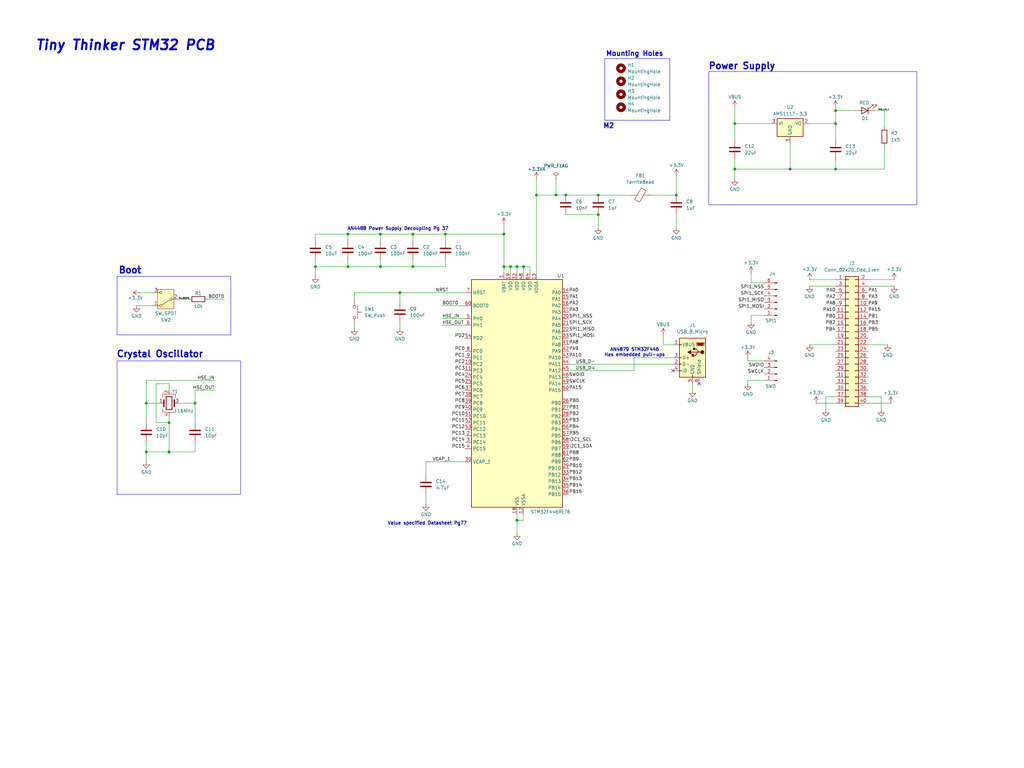
<source format=kicad_sch>
(kicad_sch (version 20250114) (generator "eeschema") (generator_version "9.0")
  (paper "User" 399.999 299.999)
  (title_block (title "Tiny Thinker") (date "2025-09-05") (rev "0.1") (company "Polar Robotics"))
  (lib_symbols
    (symbol "Connector:Conn_01x04_Pin" (pin_names (offset 1.016) (hide yes))
      (property "Reference" "J" (at 0 5.08 0))
      (property "Value" "Conn_01x04_Pin" (at 0 -7.62 0))
      (symbol "Conn_01x04_Pin_1_1"
        (pin passive line (at 5.08 2.54 180) (length 3.81) (name "Pin_1") (number "1"))
        (pin passive line (at 5.08 0 180) (length 3.81) (name "Pin_2") (number "2"))
        (pin passive line (at 5.08 -2.54 180) (length 3.81) (name "Pin_3") (number "3"))
        (pin passive line (at 5.08 -5.08 180) (length 3.81) (name "Pin_4") (number "4"))
      )
    )
    (symbol "Connector:Conn_01x06_Pin" (pin_names (offset 1.016) (hide yes))
      (property "Reference" "J" (at 0 7.62 0))
      (property "Value" "Conn_01x06_Pin" (at 0 -10.16 0))
      (symbol "Conn_01x06_Pin_1_1"
        (pin passive line (at 5.08 5.08 180) (length 3.81) (name "Pin_1") (number "1"))
        (pin passive line (at 5.08 2.54 180) (length 3.81) (name "Pin_2") (number "2"))
        (pin passive line (at 5.08 0 180) (length 3.81) (name "Pin_3") (number "3"))
        (pin passive line (at 5.08 -2.54 180) (length 3.81) (name "Pin_4") (number "4"))
        (pin passive line (at 5.08 -5.08 180) (length 3.81) (name "Pin_5") (number "5"))
        (pin passive line (at 5.08 -7.62 180) (length 3.81) (name "Pin_6") (number "6"))
      )
    )
    (symbol "Connector:USB_B_Micro" (pin_names (offset 1.016))
      (property "Reference" "J" (at -5.08 11.43 0))
      (property "Value" "USB_B_Micro" (at -5.08 8.89 0))
      (symbol "USB_B_Micro_1_1"
        (pin passive line (at -2.54 -10.16 90) (length 2.54) (name "Shield") (number "6"))
        (pin power_out line (at 0 -10.16 90) (length 2.54) (name "GND") (number "5"))
        (pin power_out line (at 7.62 5.08 180) (length 2.54) (name "VBUS") (number "1"))
        (pin bidirectional line (at 7.62 0 180) (length 2.54) (name "D+") (number "3"))
        (pin bidirectional line (at 7.62 -2.54 180) (length 2.54) (name "D-") (number "2"))
        (pin passive line (at 7.62 -5.08 180) (length 2.54) (name "ID") (number "4"))
      )
    )
    (symbol "Connector_Generic:Conn_02x20_Odd_Even" (pin_names (offset 1.016) (hide yes))
      (property "Reference" "J" (at 1.27 25.4 0))
      (property "Value" "Conn_02x20_Odd_Even" (at 1.27 -27.94 0))
      (symbol "Conn_02x20_Odd_Even_1_1"
        (pin passive line (at -5.08 22.86 0) (length 3.81) (name "Pin_1") (number "1"))
        (pin passive line (at -5.08 20.32 0) (length 3.81) (name "Pin_3") (number "3"))
        (pin passive line (at -5.08 17.78 0) (length 3.81) (name "Pin_5") (number "5"))
        (pin passive line (at -5.08 15.24 0) (length 3.81) (name "Pin_7") (number "7"))
        (pin passive line (at -5.08 12.7 0) (length 3.81) (name "Pin_9") (number "9"))
        (pin passive line (at -5.08 10.16 0) (length 3.81) (name "Pin_11") (number "11"))
        (pin passive line (at -5.08 7.62 0) (length 3.81) (name "Pin_13") (number "13"))
        (pin passive line (at -5.08 5.08 0) (length 3.81) (name "Pin_15") (number "15"))
        (pin passive line (at -5.08 2.54 0) (length 3.81) (name "Pin_17") (number "17"))
        (pin passive line (at -5.08 0 0) (length 3.81) (name "Pin_19") (number "19"))
        (pin passive line (at -5.08 -2.54 0) (length 3.81) (name "Pin_21") (number "21"))
        (pin passive line (at -5.08 -5.08 0) (length 3.81) (name "Pin_23") (number "23"))
        (pin passive line (at -5.08 -7.62 0) (length 3.81) (name "Pin_25") (number "25"))
        (pin passive line (at -5.08 -10.16 0) (length 3.81) (name "Pin_27") (number "27"))
        (pin passive line (at -5.08 -12.7 0) (length 3.81) (name "Pin_29") (number "29"))
        (pin passive line (at -5.08 -15.24 0) (length 3.81) (name "Pin_31") (number "31"))
        (pin passive line (at -5.08 -17.78 0) (length 3.81) (name "Pin_33") (number "33"))
        (pin passive line (at -5.08 -20.32 0) (length 3.81) (name "Pin_35") (number "35"))
        (pin passive line (at -5.08 -22.86 0) (length 3.81) (name "Pin_37") (number "37"))
        (pin passive line (at -5.08 -25.4 0) (length 3.81) (name "Pin_39") (number "39"))
        (pin passive line (at 7.62 22.86 180) (length 3.81) (name "Pin_2") (number "2"))
        (pin passive line (at 7.62 20.32 180) (length 3.81) (name "Pin_4") (number "4"))
        (pin passive line (at 7.62 17.78 180) (length 3.81) (name "Pin_6") (number "6"))
        (pin passive line (at 7.62 15.24 180) (length 3.81) (name "Pin_8") (number "8"))
        (pin passive line (at 7.62 12.7 180) (length 3.81) (name "Pin_10") (number "10"))
        (pin passive line (at 7.62 10.16 180) (length 3.81) (name "Pin_12") (number "12"))
        (pin passive line (at 7.62 7.62 180) (length 3.81) (name "Pin_14") (number "14"))
        (pin passive line (at 7.62 5.08 180) (length 3.81) (name "Pin_16") (number "16"))
        (pin passive line (at 7.62 2.54 180) (length 3.81) (name "Pin_18") (number "18"))
        (pin passive line (at 7.62 0 180) (length 3.81) (name "Pin_20") (number "20"))
        (pin passive line (at 7.62 -2.54 180) (length 3.81) (name "Pin_22") (number "22"))
        (pin passive line (at 7.62 -5.08 180) (length 3.81) (name "Pin_24") (number "24"))
        (pin passive line (at 7.62 -7.62 180) (length 3.81) (name "Pin_26") (number "26"))
        (pin passive line (at 7.62 -10.16 180) (length 3.81) (name "Pin_28") (number "28"))
        (pin passive line (at 7.62 -12.7 180) (length 3.81) (name "Pin_30") (number "30"))
        (pin passive line (at 7.62 -15.24 180) (length 3.81) (name "Pin_32") (number "32"))
        (pin passive line (at 7.62 -17.78 180) (length 3.81) (name "Pin_34") (number "34"))
        (pin passive line (at 7.62 -20.32 180) (length 3.81) (name "Pin_36") (number "36"))
        (pin passive line (at 7.62 -22.86 180) (length 3.81) (name "Pin_38") (number "38"))
        (pin passive line (at 7.62 -25.4 180) (length 3.81) (name "Pin_40") (number "40"))
      )
    )
    (symbol "Device:C" (pin_numbers (hide yes)) (pin_names (offset 0.254))
      (property "Reference" "C" (at 0.635 2.54 0))
      (property "Value" "C" (at 0.635 -2.54 0))
      (symbol "C_1_1"
        (pin passive line (at 0 3.81 270) (length 2.794) (name "~") (number "1"))
        (pin passive line (at 0 -3.81 90) (length 2.794) (name "~") (number "2"))
      )
    )
    (symbol "Device:Crystal_GND24" (pin_names (offset 1.016) (hide yes))
      (property "Reference" "Y" (at 3.175 5.08 0))
      (property "Value" "Crystal_GND24" (at 3.175 3.175 0))
      (symbol "Crystal_GND24_1_1"
        (pin passive line (at -3.81 0 0) (length 1.27) (name "1") (number "1"))
        (pin passive line (at 0 5.08 270) (length 1.27) (name "2") (number "2"))
        (pin passive line (at 0 -5.08 90) (length 1.27) (name "4") (number "4"))
        (pin passive line (at 3.81 0 180) (length 1.27) (name "3") (number "3"))
      )
    )
    (symbol "Device:FerriteBead" (pin_numbers (hide yes)) (pin_names (offset 0))
      (property "Reference" "FB" (at -3.81 0.635 90))
      (property "Value" "FerriteBead" (at 3.81 0 90))
      (symbol "FerriteBead_1_1"
        (pin passive line (at 0 3.81 270) (length 2.54) (name "~") (number "1"))
        (pin passive line (at 0 -3.81 90) (length 2.54) (name "~") (number "2"))
      )
    )
    (symbol "Device:LED" (pin_numbers (hide yes)) (pin_names (offset 1.016) (hide yes))
      (property "Reference" "D" (at 0 2.54 0))
      (property "Value" "LED" (at 0 -2.54 0))
      (symbol "LED_1_1"
        (pin passive line (at -3.81 0 0) (length 2.54) (name "K") (number "1"))
        (pin passive line (at 3.81 0 180) (length 2.54) (name "A") (number "2"))
      )
    )
    (symbol "Device:R" (pin_numbers (hide yes)) (pin_names (offset 0))
      (property "Reference" "R" (at 2.032 0 90))
      (property "Value" "R" (at 0 0 90))
      (symbol "R_1_1"
        (pin passive line (at 0 3.81 270) (length 1.27) (name "~") (number "1"))
        (pin passive line (at 0 -3.81 90) (length 1.27) (name "~") (number "2"))
      )
    )
    (symbol "MCU_ST_STM32F4:STM32F446RETx"
      (property "Reference" "U" (at -17.78 46.99 0))
      (property "Value" "STM32F446RETx" (at 10.16 46.99 0))
      (symbol "STM32F446RETx_1_1"
        (pin input line (at -20.32 40.64 0) (length 2.54) (name "NRST") (number "7"))
        (pin input line (at -20.32 35.56 0) (length 2.54) (name "BOOT0") (number "60"))
        (pin bidirectional line (at -20.32 30.48 0) (length 2.54) (name "PH0") (number "5"))
        (pin bidirectional line (at -20.32 27.94 0) (length 2.54) (name "PH1") (number "6"))
        (pin bidirectional line (at -20.32 22.86 0) (length 2.54) (name "PD2") (number "54"))
        (pin bidirectional line (at -20.32 17.78 0) (length 2.54) (name "PC0") (number "8"))
        (pin bidirectional line (at -20.32 15.24 0) (length 2.54) (name "PC1") (number "9"))
        (pin bidirectional line (at -20.32 12.7 0) (length 2.54) (name "PC2") (number "10"))
        (pin bidirectional line (at -20.32 10.16 0) (length 2.54) (name "PC3") (number "11"))
        (pin bidirectional line (at -20.32 7.62 0) (length 2.54) (name "PC4") (number "24"))
        (pin bidirectional line (at -20.32 5.08 0) (length 2.54) (name "PC5") (number "25"))
        (pin bidirectional line (at -20.32 2.54 0) (length 2.54) (name "PC6") (number "37"))
        (pin bidirectional line (at -20.32 0 0) (length 2.54) (name "PC7") (number "38"))
        (pin bidirectional line (at -20.32 -2.54 0) (length 2.54) (name "PC8") (number "39"))
        (pin bidirectional line (at -20.32 -5.08 0) (length 2.54) (name "PC9") (number "40"))
        (pin bidirectional line (at -20.32 -7.62 0) (length 2.54) (name "PC10") (number "51"))
        (pin bidirectional line (at -20.32 -10.16 0) (length 2.54) (name "PC11") (number "52"))
        (pin bidirectional line (at -20.32 -12.7 0) (length 2.54) (name "PC12") (number "53"))
        (pin bidirectional line (at -20.32 -15.24 0) (length 2.54) (name "PC13") (number "2"))
        (pin bidirectional line (at -20.32 -17.78 0) (length 2.54) (name "PC14") (number "3"))
        (pin bidirectional line (at -20.32 -20.32 0) (length 2.54) (name "PC15") (number "4"))
        (pin power_out line (at -20.32 -25.4 0) (length 2.54) (name "VCAP_1") (number "30"))
        (pin power_in line (at -5.08 48.26 270) (length 2.54) (name "VBAT") (number "1"))
        (pin power_in line (at -2.54 48.26 270) (length 2.54) (name "VDD") (number "19"))
        (pin power_in line (at 0 48.26 270) (length 2.54) (name "VDD") (number "32"))
        (pin power_in line (at 0 -45.72 90) (length 2.54) (name "VSS") (number "18"))
        (pin passive line (at 0 -45.72 90) (length 2.54) (hide yes) (name "VSS") (number "31"))
        (pin passive line (at 0 -45.72 90) (length 2.54) (hide yes) (name "VSS") (number "47"))
        (pin passive line (at 0 -45.72 90) (length 2.54) (hide yes) (name "VSS") (number "63"))
        (pin power_in line (at 2.54 48.26 270) (length 2.54) (name "VDD") (number "48"))
        (pin power_in line (at 2.54 -45.72 90) (length 2.54) (name "VSSA") (number "12"))
        (pin power_in line (at 5.08 48.26 270) (length 2.54) (name "VDD") (number "64"))
        (pin power_in line (at 7.62 48.26 270) (length 2.54) (name "VDDA") (number "13"))
        (pin bidirectional line (at 20.32 40.64 180) (length 2.54) (name "PA0") (number "14"))
        (pin bidirectional line (at 20.32 38.1 180) (length 2.54) (name "PA1") (number "15"))
        (pin bidirectional line (at 20.32 35.56 180) (length 2.54) (name "PA2") (number "16"))
        (pin bidirectional line (at 20.32 33.02 180) (length 2.54) (name "PA3") (number "17"))
        (pin bidirectional line (at 20.32 30.48 180) (length 2.54) (name "PA4") (number "20"))
        (pin bidirectional line (at 20.32 27.94 180) (length 2.54) (name "PA5") (number "21"))
        (pin bidirectional line (at 20.32 25.4 180) (length 2.54) (name "PA6") (number "22"))
        (pin bidirectional line (at 20.32 22.86 180) (length 2.54) (name "PA7") (number "23"))
        (pin bidirectional line (at 20.32 20.32 180) (length 2.54) (name "PA8") (number "41"))
        (pin bidirectional line (at 20.32 17.78 180) (length 2.54) (name "PA9") (number "42"))
        (pin bidirectional line (at 20.32 15.24 180) (length 2.54) (name "PA10") (number "43"))
        (pin bidirectional line (at 20.32 12.7 180) (length 2.54) (name "PA11") (number "44"))
        (pin bidirectional line (at 20.32 10.16 180) (length 2.54) (name "PA12") (number "45"))
        (pin bidirectional line (at 20.32 7.62 180) (length 2.54) (name "PA13") (number "46"))
        (pin bidirectional line (at 20.32 5.08 180) (length 2.54) (name "PA14") (number "49"))
        (pin bidirectional line (at 20.32 2.54 180) (length 2.54) (name "PA15") (number "50"))
        (pin bidirectional line (at 20.32 -2.54 180) (length 2.54) (name "PB0") (number "26"))
        (pin bidirectional line (at 20.32 -5.08 180) (length 2.54) (name "PB1") (number "27"))
        (pin bidirectional line (at 20.32 -7.62 180) (length 2.54) (name "PB2") (number "28"))
        (pin bidirectional line (at 20.32 -10.16 180) (length 2.54) (name "PB3") (number "55"))
        (pin bidirectional line (at 20.32 -12.7 180) (length 2.54) (name "PB4") (number "56"))
        (pin bidirectional line (at 20.32 -15.24 180) (length 2.54) (name "PB5") (number "57"))
        (pin bidirectional line (at 20.32 -17.78 180) (length 2.54) (name "PB6") (number "58"))
        (pin bidirectional line (at 20.32 -20.32 180) (length 2.54) (name "PB7") (number "59"))
        (pin bidirectional line (at 20.32 -22.86 180) (length 2.54) (name "PB8") (number "61"))
        (pin bidirectional line (at 20.32 -25.4 180) (length 2.54) (name "PB9") (number "62"))
        (pin bidirectional line (at 20.32 -27.94 180) (length 2.54) (name "PB10") (number "29"))
        (pin bidirectional line (at 20.32 -30.48 180) (length 2.54) (name "PB12") (number "33"))
        (pin bidirectional line (at 20.32 -33.02 180) (length 2.54) (name "PB13") (number "34"))
        (pin bidirectional line (at 20.32 -35.56 180) (length 2.54) (name "PB14") (number "35"))
        (pin bidirectional line (at 20.32 -38.1 180) (length 2.54) (name "PB15") (number "36"))
      )
    )
    (symbol "Mechanical:MountingHole" (pin_names (offset 1.016)) (in_bom no)
      (property "Reference" "H" (at 0 5.08 0))
      (property "Value" "MountingHole" (at 0 3.175 0))
    )
    (symbol "Regulator_Linear:AMS1117-3.3"
      (property "Reference" "U" (at -3.81 3.175 0))
      (property "Value" "AMS1117-3.3" (at 0 3.175 0))
      (symbol "AMS1117-3.3_1_1"
        (pin power_in line (at -7.62 0 0) (length 2.54) (name "VI") (number "3"))
        (pin power_in line (at 0 -7.62 90) (length 2.54) (name "GND") (number "1"))
        (pin power_out line (at 7.62 0 180) (length 2.54) (name "VO") (number "2"))
      )
    )
    (symbol "Switch:SW_Push" (pin_numbers (hide yes)) (pin_names (offset 1.016) (hide yes))
      (property "Reference" "SW" (at 1.27 2.54 0))
      (property "Value" "SW_Push" (at 0 -1.524 0))
      (symbol "SW_Push_0_1"
        (pin passive line (at -5.08 0 0) (length 2.54) (name "1") (number "1"))
        (pin passive line (at 5.08 0 180) (length 2.54) (name "2") (number "2"))
      )
    )
    (symbol "Switch:SW_SPDT" (pin_names (offset 0) (hide yes))
      (property "Reference" "SW" (at 0 5.08 0))
      (property "Value" "SW_SPDT" (at 0 -5.08 0))
      (symbol "SW_SPDT_1_1"
        (pin passive line (at -5.08 0 0) (length 2.54) (name "B") (number "2"))
        (pin passive line (at 5.08 2.54 180) (length 2.54) (name "A") (number "1"))
        (pin passive line (at 5.08 -2.54 180) (length 2.54) (name "C") (number "3"))
      )
    )
    (symbol "power:+3.3V" (power) (pin_numbers (hide yes)) (pin_names (offset 0) (hide yes))
      (property "Value" "+3.3V" (at 0 3.556 0))
      (symbol "+3.3V_1_1"
        (pin power_in line (at 0 0 90) (length 0) (name "~") (number "1"))
      )
    )
    (symbol "power:+3.3VA" (power) (pin_numbers (hide yes)) (pin_names (offset 0) (hide yes))
      (property "Value" "+3.3VA" (at 0 3.556 0))
      (symbol "+3.3VA_1_1"
        (pin power_in line (at 0 0 90) (length 0) (name "~") (number "1"))
      )
    )
    (symbol "power:GND" (power) (pin_numbers (hide yes)) (pin_names (offset 0) (hide yes))
      (property "Value" "GND" (at 0 -3.81 0))
      (symbol "GND_1_1"
        (pin power_in line (at 0 0 270) (length 0) (name "~") (number "1"))
      )
    )
    (symbol "power:PWR_FLAG" (power) (pin_numbers (hide yes)) (pin_names (offset 0) (hide yes))
      (property "Value" "PWR_FLAG" (at 0 3.81 0))
      (symbol "PWR_FLAG_0_0"
        (pin power_out line (at 0 0 90) (length 0) (name "~") (number "1"))
      )
    )
    (symbol "power:VBUS" (power) (pin_numbers (hide yes)) (pin_names (offset 0) (hide yes))
      (property "Value" "VBUS" (at 0 3.556 0))
      (symbol "VBUS_1_1"
        (pin power_in line (at 0 0 90) (length 0) (name "~") (number "1"))
      )
    )
  )
  (rectangle (start 45.72 140.97) (end 93.98 193.04))
  (rectangle (start 45.72 107.95) (end 90.17 130.81))
  (text "Tiny Thinker STM32 PCB\n" (at 49.022 17.78 0) (effects (font (size 3.81 3.81) (thickness 0.762) (bold yes) (italic yes))))
  (text "Mounting Holes" (at 247.904 21.082 0) (effects (font (size 1.905 1.905) (thickness 0.381) (bold yes))))
  (text "Crystal Oscillator" (at 62.484 138.43 0) (effects (font (size 2.54 2.54) (thickness 0.508) (bold yes))))
  (text "AN4488 Power Supply Decoupling Pg 37" (at 155.448 89.408 0) (effects (font (size 1.27 1.27) (thickness 0.254) (bold yes))))
  (text "Boot" (at 50.8 105.664 0) (effects (font (size 2.54 2.54) (thickness 0.508) (bold yes))))
  (text "AN4879 STM32F446\nHas embedded pull-ups" (at 247.904 137.668 0) (effects (font (size 1.27 1.27) (thickness 0.254) (bold yes))))
  (text "Value specified Datasheet Pg77\n" (at 166.878 204.47 0) (effects (font (size 1.27 1.27) (thickness 0.254) (bold yes))))
  (text "M2" (at 237.744 49.276 0) (effects (font (size 1.905 1.905) (thickness 0.381) (bold yes))))
  (text "Power Supply\n" (at 289.814 25.908 0) (effects (font (size 2.54 2.54) (thickness 0.508) (bold yes))))
  (junction (at 204.47 104.14))
  (junction (at 135.89 91.44))
  (junction (at 199.39 104.14))
  (junction (at 217.17 76.2))
  (junction (at 220.98 76.2))
  (junction (at 209.55 76.2))
  (junction (at 156.21 114.3))
  (junction (at 196.85 104.14))
  (junction (at 326.39 48.26))
  (junction (at 66.04 165.1))
  (junction (at 148.59 91.44))
  (junction (at 173.99 91.44))
  (junction (at 161.29 91.44))
  (junction (at 57.15 176.53))
  (junction (at 76.2 157.48))
  (junction (at 57.15 157.48))
  (junction (at 287.02 66.04))
  (junction (at 233.68 76.2))
  (junction (at 233.68 83.82))
  (junction (at 123.19 104.14))
  (junction (at 201.93 203.2))
  (junction (at 161.29 104.14))
  (junction (at 148.59 104.14))
  (junction (at 308.61 66.04))
  (junction (at 326.39 66.04))
  (junction (at 196.85 91.44))
  (junction (at 326.39 43.18))
  (junction (at 287.02 48.26))
  (junction (at 201.93 104.14))
  (junction (at 264.16 76.2))
  (junction (at 135.89 104.14))
  (junction (at 66.04 176.53))
  (no_connect (at 273.05 149.86))
  (no_connect (at 262.89 144.78))
  (wire (pts (xy 148.59 91.44) (xy 148.59 93.98)))
  (wire (pts (xy 201.93 200.66) (xy 201.93 203.2)))
  (wire (pts (xy 199.39 104.14) (xy 201.93 104.14)))
  (wire (pts (xy 66.04 165.1) (xy 66.04 176.53)))
  (wire (pts (xy 233.68 83.82) (xy 233.68 88.9)))
  (wire (pts (xy 66.04 152.4) (xy 66.04 149.86)))
  (wire (pts (xy 172.72 119.38) (xy 181.61 119.38)))
  (wire (pts (xy 148.59 104.14) (xy 135.89 104.14)))
  (wire (pts (xy 204.47 200.66) (xy 204.47 203.2)))
  (wire (pts (xy 222.25 144.78) (xy 247.65 144.78)))
  (wire (pts (xy 204.47 104.14) (xy 207.01 104.14)))
  (wire (pts (xy 76.2 172.72) (xy 76.2 176.53)))
  (wire (pts (xy 293.37 106.68) (xy 293.37 110.49)))
  (wire (pts (xy 148.59 91.44) (xy 161.29 91.44)))
  (wire (pts (xy 57.15 157.48) (xy 62.23 157.48)))
  (wire (pts (xy 53.34 119.38) (xy 59.69 119.38)))
  (wire (pts (xy 54.61 114.3) (xy 59.69 114.3)))
  (wire (pts (xy 345.44 57.15) (xy 345.44 66.04)))
  (wire (pts (xy 326.39 43.18) (xy 326.39 48.26)))
  (wire (pts (xy 292.1 140.97) (xy 298.45 140.97)))
  (wire (pts (xy 161.29 101.6) (xy 161.29 104.14)))
  (wire (pts (xy 298.45 148.59) (xy 292.1 148.59)))
  (wire (pts (xy 196.85 104.14) (xy 196.85 106.68)))
  (wire (pts (xy 217.17 69.85) (xy 217.17 76.2)))
  (wire (pts (xy 341.63 43.18) (xy 345.44 43.18)))
  (wire (pts (xy 81.28 116.84) (xy 87.63 116.84)))
  (wire (pts (xy 161.29 91.44) (xy 161.29 93.98)))
  (wire (pts (xy 204.47 104.14) (xy 204.47 106.68)))
  (wire (pts (xy 196.85 91.44) (xy 196.85 104.14)))
  (wire (pts (xy 298.45 123.19) (xy 293.37 123.19)))
  (wire (pts (xy 220.98 76.2) (xy 233.68 76.2)))
  (wire (pts (xy 123.19 91.44) (xy 135.89 91.44)))
  (wire (pts (xy 172.72 124.46) (xy 181.61 124.46)))
  (wire (pts (xy 57.15 148.59) (xy 83.82 148.59)))
  (wire (pts (xy 138.43 127) (xy 138.43 128.27)))
  (wire (pts (xy 326.39 41.91) (xy 326.39 43.18)))
  (wire (pts (xy 60.96 165.1) (xy 66.04 165.1)))
  (wire (pts (xy 172.72 127) (xy 181.61 127)))
  (wire (pts (xy 57.15 176.53) (xy 66.04 176.53)))
  (wire (pts (xy 209.55 69.85) (xy 209.55 76.2)))
  (wire (pts (xy 217.17 76.2) (xy 220.98 76.2)))
  (polyline (pts (xy 236.22 22.86) (xy 261.62 22.86)))
  (wire (pts (xy 322.58 154.94) (xy 322.58 160.02)))
  (wire (pts (xy 326.39 43.18) (xy 334.01 43.18)))
  (wire (pts (xy 204.47 203.2) (xy 201.93 203.2)))
  (wire (pts (xy 161.29 104.14) (xy 148.59 104.14)))
  (wire (pts (xy 339.09 109.22) (xy 349.25 109.22)))
  (wire (pts (xy 199.39 104.14) (xy 199.39 106.68)))
  (wire (pts (xy 135.89 91.44) (xy 135.89 93.98)))
  (wire (pts (xy 339.09 111.76) (xy 349.25 111.76)))
  (wire (pts (xy 57.15 148.59) (xy 57.15 157.48)))
  (wire (pts (xy 264.16 83.82) (xy 264.16 88.9)))
  (wire (pts (xy 57.15 172.72) (xy 57.15 176.53)))
  (wire (pts (xy 173.99 91.44) (xy 196.85 91.44)))
  (wire (pts (xy 201.93 104.14) (xy 204.47 104.14)))
  (wire (pts (xy 156.21 114.3) (xy 138.43 114.3)))
  (wire (pts (xy 138.43 114.3) (xy 138.43 116.84)))
  (wire (pts (xy 201.93 104.14) (xy 201.93 106.68)))
  (polyline (pts (xy 261.62 46.99) (xy 261.62 22.86)))
  (wire (pts (xy 316.23 134.62) (xy 326.39 134.62)))
  (wire (pts (xy 292.1 139.7) (xy 292.1 140.97)))
  (polyline (pts (xy 358.14 80.01) (xy 358.14 27.94)))
  (wire (pts (xy 209.55 76.2) (xy 217.17 76.2)))
  (wire (pts (xy 308.61 66.04) (xy 287.02 66.04)))
  (polyline (pts (xy 276.86 27.94) (xy 358.14 27.94)))
  (wire (pts (xy 247.65 144.78) (xy 247.65 139.7)))
  (wire (pts (xy 173.99 93.98) (xy 173.99 91.44)))
  (wire (pts (xy 148.59 101.6) (xy 148.59 104.14)))
  (wire (pts (xy 66.04 149.86) (xy 60.96 149.86)))
  (wire (pts (xy 161.29 91.44) (xy 173.99 91.44)))
  (wire (pts (xy 60.96 149.86) (xy 60.96 165.1)))
  (wire (pts (xy 345.44 43.18) (xy 345.44 49.53)))
  (wire (pts (xy 326.39 48.26) (xy 326.39 54.61)))
  (wire (pts (xy 66.04 176.53) (xy 76.2 176.53)))
  (wire (pts (xy 233.68 76.2) (xy 246.38 76.2)))
  (wire (pts (xy 166.37 193.04) (xy 166.37 196.85)))
  (wire (pts (xy 166.37 180.34) (xy 166.37 185.42)))
  (wire (pts (xy 76.2 152.4) (xy 76.2 157.48)))
  (wire (pts (xy 76.2 157.48) (xy 76.2 165.1)))
  (wire (pts (xy 345.44 66.04) (xy 326.39 66.04)))
  (wire (pts (xy 156.21 114.3) (xy 156.21 118.11)))
  (wire (pts (xy 316.23 111.76) (xy 326.39 111.76)))
  (wire (pts (xy 270.51 149.86) (xy 270.51 152.4)))
  (wire (pts (xy 69.85 157.48) (xy 76.2 157.48)))
  (wire (pts (xy 69.85 116.84) (xy 73.66 116.84)))
  (wire (pts (xy 156.21 114.3) (xy 181.61 114.3)))
  (wire (pts (xy 287.02 41.91) (xy 287.02 48.26)))
  (wire (pts (xy 135.89 101.6) (xy 135.89 104.14)))
  (wire (pts (xy 222.25 142.24) (xy 262.89 142.24)))
  (polyline (pts (xy 236.22 22.86) (xy 236.22 46.99)))
  (wire (pts (xy 316.23 48.26) (xy 326.39 48.26)))
  (wire (pts (xy 76.2 152.4) (xy 83.82 152.4)))
  (wire (pts (xy 344.17 154.94) (xy 344.17 160.02)))
  (wire (pts (xy 247.65 139.7) (xy 262.89 139.7)))
  (wire (pts (xy 209.55 76.2) (xy 209.55 106.68)))
  (wire (pts (xy 220.98 83.82) (xy 233.68 83.82)))
  (wire (pts (xy 287.02 62.23) (xy 287.02 66.04)))
  (wire (pts (xy 287.02 66.04) (xy 287.02 69.85)))
  (wire (pts (xy 135.89 91.44) (xy 148.59 91.44)))
  (wire (pts (xy 339.09 154.94) (xy 344.17 154.94)))
  (wire (pts (xy 156.21 125.73) (xy 156.21 128.27)))
  (polyline (pts (xy 236.22 46.99) (xy 261.62 46.99)))
  (wire (pts (xy 123.19 93.98) (xy 123.19 91.44)))
  (wire (pts (xy 339.09 134.62) (xy 346.71 134.62)))
  (wire (pts (xy 259.08 134.62) (xy 262.89 134.62)))
  (wire (pts (xy 259.08 130.81) (xy 259.08 134.62)))
  (wire (pts (xy 287.02 48.26) (xy 287.02 54.61)))
  (wire (pts (xy 316.23 109.22) (xy 326.39 109.22)))
  (polyline (pts (xy 276.86 80.01) (xy 358.14 80.01)) (stroke (width 0) (type solid)))
  (wire (pts (xy 300.99 48.26) (xy 287.02 48.26)))
  (wire (pts (xy 293.37 123.19) (xy 293.37 125.73)))
  (wire (pts (xy 201.93 203.2) (xy 201.93 208.28)))
  (wire (pts (xy 318.77 157.48) (xy 326.39 157.48)))
  (wire (pts (xy 57.15 176.53) (xy 57.15 180.34)))
  (wire (pts (xy 264.16 68.58) (xy 264.16 76.2)))
  (wire (pts (xy 173.99 101.6) (xy 173.99 104.14)))
  (wire (pts (xy 292.1 148.59) (xy 292.1 149.86)))
  (wire (pts (xy 326.39 62.23) (xy 326.39 66.04)))
  (wire (pts (xy 254 76.2) (xy 264.16 76.2)))
  (wire (pts (xy 123.19 101.6) (xy 123.19 104.14)))
  (wire (pts (xy 196.85 87.63) (xy 196.85 91.44)))
  (wire (pts (xy 308.61 55.88) (xy 308.61 66.04)))
  (wire (pts (xy 173.99 104.14) (xy 161.29 104.14)))
  (wire (pts (xy 293.37 110.49) (xy 298.45 110.49)))
  (wire (pts (xy 326.39 66.04) (xy 308.61 66.04)))
  (wire (pts (xy 207.01 104.14) (xy 207.01 106.68)))
  (wire (pts (xy 123.19 104.14) (xy 123.19 107.95)))
  (wire (pts (xy 339.09 157.48) (xy 347.98 157.48)))
  (wire (pts (xy 181.61 180.34) (xy 166.37 180.34)))
  (wire (pts (xy 57.15 157.48) (xy 57.15 165.1)))
  (wire (pts (xy 326.39 154.94) (xy 322.58 154.94)))
  (wire (pts (xy 196.85 104.14) (xy 199.39 104.14)))
  (wire (pts (xy 135.89 104.14) (xy 123.19 104.14)))
  (polyline (pts (xy 276.86 27.94) (xy 276.86 80.01)))
  (wire (pts (xy 66.04 165.1) (xy 66.04 162.56)))
  (label "PA10" (at 326.39 121.92 180))
  (label "PC13" (at 181.61 170.18 180))
  (label "PB4" (at 222.25 167.64 0))
  (label "I2C1_SDA" (at 222.25 175.26 0))
  (label "SWCLK" (at 222.25 149.86 0))
  (label "PB5" (at 222.25 170.18 0))
  (label "PA2" (at 222.25 119.38 0))
  (label "SPI1_NSS" (at 298.45 113.03 180))
  (label "PC4" (at 181.61 147.32 180))
  (label "HSE_OUT" (at 172.72 127 0))
  (label "PB13" (at 222.25 187.96 0))
  (label "SPI1_MOSI" (at 222.25 132.08 0))
  (label "PC9" (at 181.61 160.02 180))
  (label "PB15" (at 222.25 193.04 0))
  (label "PA2" (at 326.39 116.84 180))
  (label "PA8" (at 222.25 134.62 0))
  (label "BOOT0" (at 172.72 119.38 0))
  (label "SW_BOOT0" (at 69.85 116.84 0) (effects (font (size 0.508 0.508))))
  (label "PB1" (at 339.09 124.46 0))
  (label "PB10" (at 222.25 182.88 0))
  (label "SPI1_NSS" (at 222.25 124.46 0))
  (label "PC0" (at 181.61 137.16 180))
  (label "PA1" (at 339.09 114.3 0))
  (label "PB2" (at 222.25 162.56 0))
  (label "SWDIO" (at 298.45 143.51 180))
  (label "PB0" (at 326.39 124.46 180))
  (label "BOOT0" (at 87.63 116.84 180))
  (label "PA3" (at 339.09 116.84 0))
  (label "SPI1_SCK" (at 222.25 127 0))
  (label "PA8" (at 326.39 119.38 180))
  (label "SPI1_MISO" (at 222.25 129.54 0))
  (label "SPI1_MISO" (at 298.45 118.11 180))
  (label "PC10" (at 181.61 162.56 180))
  (label "PC12" (at 181.61 167.64 180))
  (label "PA15" (at 222.25 152.4 0))
  (label "PC8" (at 181.61 157.48 180))
  (label "PB3" (at 222.25 165.1 0))
  (label "PA1" (at 222.25 116.84 0))
  (label "USB_D-" (at 224.79 142.24 0))
  (label "HSE_IN" (at 172.72 124.46 0))
  (label "PB3" (at 339.09 127 0))
  (label "PB14" (at 222.25 190.5 0))
  (label "PA9" (at 222.25 137.16 0))
  (label "PC15" (at 181.61 175.26 180))
  (label "NRST" (at 170.18 114.3 0))
  (label "PC14" (at 181.61 172.72 180))
  (label "PC1" (at 181.61 139.7 180))
  (label "PC5" (at 181.61 149.86 180))
  (label "HSE_IN" (at 83.82 148.59 180))
  (label "PB8" (at 222.25 177.8 0))
  (label "PB0" (at 222.25 157.48 0))
  (label "SPI1_MOSI" (at 298.45 120.65 180))
  (label "PB9" (at 222.25 180.34 0))
  (label "PA10" (at 222.25 139.7 0))
  (label "SPI1_SCK" (at 298.45 115.57 180))
  (label "PB4" (at 326.39 129.54 180))
  (label "HSE_OUT" (at 83.82 152.4 180))
  (label "SWCLK" (at 298.45 146.05 180))
  (label "SWDIO" (at 222.25 147.32 0))
  (label "PA0" (at 326.39 114.3 180))
  (label "PC7" (at 181.61 154.94 180))
  (label "PA3" (at 222.25 121.92 0))
  (label "PB12" (at 222.25 185.42 0))
  (label "I2C1_SCL" (at 222.25 172.72 0))
  (label "PB1" (at 222.25 160.02 0))
  (label "PB2" (at 326.39 127 180))
  (label "VCAP_1" (at 168.91 180.34 0))
  (label "USB_D+" (at 224.79 144.78 0))
  (label "PA0" (at 222.25 114.3 0))
  (label "PD2" (at 181.61 132.08 180))
  (label "PB5" (at 339.09 129.54 0))
  (label "PC11" (at 181.61 165.1 180))
  (label "PWR_LED_K" (at 342.9 43.18 0) (effects (font (size 0.508 0.508))))
  (label "PC2" (at 181.61 142.24 180))
  (label "PA9" (at 339.09 119.38 0))
  (label "PC3" (at 181.61 144.78 180))
  (label "PC6" (at 181.61 152.4 180))
  (label "PA15" (at 339.09 121.92 0))
  (symbol (lib_id "power:GND") (at 123.19 107.95 0) (unit 1)
    (property "Reference" "#PWR03" (effects (hide yes)))
    (property "Value" "GND" (at 123.19 112.014 0))
    (property "Description" "Power symbol creates a global label with name \"GND\" , ground" (effects (hide yes)))
  )
  (symbol (lib_id "Regulator_Linear:AMS1117-3.3") (at 308.61 48.26 0) (unit 1)
    (property "Reference" "U2" (at 308.61 41.91 0))
    (property "Value" "AMS1117-3.3" (at 308.61 44.45 0))
    (property "Footprint" "Package_TO_SOT_SMD:SOT-223-3_TabPin2" (effects (hide yes)))
    (property "Datasheet" "http://www.advanced-monolithic.com/pdf/ds1117.pdf" (effects (hide yes)))
    (property "Description" "1A Low Dropout regulator, positive, 3.3V fixed output, SOT-223" (effects (hide yes)))
    (property "JLCPCB Part #" "C6186" (effects (hide yes)))
  )
  (symbol (lib_id "Device:C") (at 287.02 58.42 0) (unit 1)
    (property "Reference" "C12" (at 290.83 57.1499 0) (effects (justify left)))
    (property "Value" "22uF" (at 290.83 59.6899 0) (effects (justify left)))
    (property "Footprint" "Capacitor_SMD:C_0805_2012Metric" (effects (hide yes)))
    (property "Description" "Unpolarized capacitor" (effects (hide yes)))
    (property "JLCPCB Part #" "C5674" (effects (hide yes)))
  )
  (symbol (lib_id "Mechanical:MountingHole") (at 242.57 36.83 0) (unit 1) (in_bom no)
    (property "Reference" "H3" (at 245.11 35.5599 0) (effects (justify left)))
    (property "Value" "MountingHole" (at 245.11 38.0999 0) (effects (justify left)))
    (property "Footprint" "MountingHole:MountingHole_2.2mm_M2" (effects (hide yes)))
    (property "Description" "Mounting Hole without connection" (effects (hide yes)))
  )
  (symbol (lib_id "Mechanical:MountingHole") (at 242.57 41.91 0) (unit 1) (in_bom no)
    (property "Reference" "H4" (at 245.11 40.6399 0) (effects (justify left)))
    (property "Value" "MountingHole" (at 245.11 43.1799 0) (effects (justify left)))
    (property "Footprint" "MountingHole:MountingHole_2.2mm_M2" (effects (hide yes)))
    (property "Description" "Mounting Hole without connection" (effects (hide yes)))
  )
  (symbol (lib_id "power:GND") (at 349.25 111.76 0) (unit 1)
    (property "Reference" "#PWR023" (effects (hide yes)))
    (property "Value" "GND" (at 349.25 115.824 0))
    (property "Description" "Power symbol creates a global label with name \"GND\" , ground" (effects (hide yes)))
  )
  (symbol (lib_id "Device:C") (at 264.16 80.01 0) (unit 1)
    (property "Reference" "C8" (at 267.97 78.7399 0) (effects (justify left)))
    (property "Value" "1uF" (at 267.97 81.2799 0) (effects (justify left)))
    (property "Footprint" "Capacitor_SMD:C_0402_1005Metric" (effects (hide yes)))
    (property "Description" "Unpolarized capacitor" (effects (hide yes)))
    (property "JLCPCB Part #" "C14445" (effects (hide yes)))
  )
  (symbol (lib_id "power:+3.3V") (at 316.23 109.22 0) (unit 1)
    (property "Reference" "#PWR020" (effects (hide yes)))
    (property "Value" "+3.3V" (at 316.23 105.156 0))
    (property "Description" "Power symbol creates a global label with name \"+3.3V\"" (effects (hide yes)))
  )
  (symbol (lib_id "power:GND") (at 156.21 128.27 0) (unit 1)
    (property "Reference" "#PWR08" (effects (hide yes)))
    (property "Value" "GND" (at 156.21 132.334 0))
    (property "Description" "Power symbol creates a global label with name \"GND\" , ground" (effects (hide yes)))
  )
  (symbol (lib_id "power:GND") (at 316.23 134.62 0) (unit 1)
    (property "Reference" "#PWR029" (effects (hide yes)))
    (property "Value" "GND" (at 316.23 138.684 0))
    (property "Description" "Power symbol creates a global label with name \"GND\" , ground" (effects (hide yes)))
  )
  (symbol (lib_id "Device:C") (at 233.68 80.01 0) (unit 1)
    (property "Reference" "C7" (at 237.49 78.7399 0) (effects (justify left)))
    (property "Value" "1uF" (at 237.49 81.2799 0) (effects (justify left)))
    (property "Footprint" "Capacitor_SMD:C_0402_1005Metric" (effects (hide yes)))
    (property "Description" "Unpolarized capacitor" (effects (hide yes)))
    (property "JLCPCB Part #" "C14445" (effects (hide yes)))
  )
  (symbol (lib_id "power:+3.3V") (at 292.1 139.7 0) (unit 1)
    (property "Reference" "#PWR015" (effects (hide yes)))
    (property "Value" "+3.3V" (at 292.1 135.636 0))
    (property "Description" "Power symbol creates a global label with name \"+3.3V\"" (effects (hide yes)))
  )
  (symbol (lib_id "Device:C") (at 166.37 189.23 0) (unit 1)
    (property "Reference" "C14" (at 170.18 187.9599 0) (effects (justify left)))
    (property "Value" "4.7uF" (at 170.18 190.4999 0) (effects (justify left)))
    (property "Footprint" "Capacitor_SMD:C_0402_1005Metric" (effects (hide yes)))
    (property "Description" "Unpolarized capacitor" (effects (hide yes)))
    (property "JLCPCB Part #" "C23733" (effects (hide yes)))
  )
  (symbol (lib_id "power:GND") (at 293.37 125.73 0) (unit 1)
    (property "Reference" "#PWR032" (effects (hide yes)))
    (property "Value" "GND" (at 293.37 129.794 0))
    (property "Description" "Power symbol creates a global label with name \"GND\" , ground" (effects (hide yes)))
  )
  (symbol (lib_id "power:GND") (at 344.17 160.02 0) (unit 1)
    (property "Reference" "#PWR027" (effects (hide yes)))
    (property "Value" "GND" (at 344.17 164.084 0))
    (property "Description" "Power symbol creates a global label with name \"GND\" , ground" (effects (hide yes)))
  )
  (symbol (lib_id "Connector:Conn_01x06_Pin") (at 303.53 118.11 180) (unit 1)
    (property "Reference" "J4" (at 300.482 106.934 0) (effects (justify right)))
    (property "Value" "SPI1" (at 298.958 125.222 0) (effects (justify right)))
    (property "Footprint" "Connector_PinHeader_2.54mm:PinHeader_1x06_P2.54mm_Vertical" (effects (hide yes)))
    (property "Description" "Generic connector, single row, 01x06, script generated" (effects (hide yes)))
  )
  (symbol (lib_id "Device:C") (at 123.19 97.79 0) (unit 1)
    (property "Reference" "C5" (at 127 96.5199 0) (effects (justify left)))
    (property "Value" "10uF" (at 127 99.0599 0) (effects (justify left)))
    (property "Footprint" "Capacitor_SMD:C_0603_1608Metric" (effects (hide yes)))
    (property "Description" "Unpolarized capacitor" (effects (hide yes)))
    (property "JLCPCB Part #" "C1691" (effects (hide yes)))
  )
  (symbol (lib_id "Connector:USB_B_Micro") (at 270.51 139.7 0) (mirror y) (unit 1)
    (property "Reference" "J1" (at 270.51 127 0))
    (property "Value" "USB_B_Micro" (at 270.51 129.54 0))
    (property "Footprint" "Connector_USB:USB_Micro-B_Amphenol_10118194_Horizontal" (effects (hide yes)))
    (property "Description" "USB Micro Type B connector" (effects (hide yes)))
    (property "JLCPCB Part #" "C132563" (effects (hide yes)))
  )
  (symbol (lib_id "power:+3.3V") (at 293.37 106.68 0) (unit 1)
    (property "Reference" "#PWR031" (effects (hide yes)))
    (property "Value" "+3.3V" (at 293.37 102.616 0))
    (property "Description" "Power symbol creates a global label with name \"+3.3V\"" (effects (hide yes)))
  )
  (symbol (lib_id "power:GND") (at 53.34 119.38 0) (unit 1)
    (property "Reference" "#PWR011" (effects (hide yes)))
    (property "Value" "GND" (at 53.34 123.444 0))
    (property "Description" "Power symbol creates a global label with name \"GND\" , ground" (effects (hide yes)))
  )
  (symbol (lib_id "power:GND") (at 233.68 88.9 0) (unit 1)
    (property "Reference" "#PWR05" (effects (hide yes)))
    (property "Value" "GND" (at 233.68 92.964 0))
    (property "Description" "Power symbol creates a global label with name \"GND\" , ground" (effects (hide yes)))
  )
  (symbol (lib_id "power:+3.3V") (at 318.77 157.48 0) (unit 1)
    (property "Reference" "#PWR024" (effects (hide yes)))
    (property "Value" "+3.3V" (at 318.77 153.416 0))
    (property "Description" "Power symbol creates a global label with name \"+3.3V\"" (effects (hide yes)))
  )
  (symbol (lib_id "Device:C") (at 148.59 97.79 0) (unit 1)
    (property "Reference" "C3" (at 152.4 96.5199 0) (effects (justify left)))
    (property "Value" "100nF" (at 152.4 99.0599 0) (effects (justify left)))
    (property "Footprint" "Capacitor_SMD:C_0402_1005Metric" (effects (hide yes)))
    (property "Description" "Unpolarized capacitor" (effects (hide yes)))
    (property "JLCPCB Part #" "C1525" (effects (hide yes)))
  )
  (symbol (lib_id "power:+3.3V") (at 264.16 68.58 0) (unit 1)
    (property "Reference" "#PWR07" (effects (hide yes)))
    (property "Value" "+3.3V" (at 264.16 64.516 0))
    (property "Description" "Power symbol creates a global label with name \"+3.3V\"" (effects (hide yes)))
  )
  (symbol (lib_id "power:GND") (at 57.15 180.34 0) (unit 1)
    (property "Reference" "#PWR012" (effects (hide yes)))
    (property "Value" "GND" (at 57.15 184.404 0))
    (property "Description" "Power symbol creates a global label with name \"GND\" , ground" (effects (hide yes)))
  )
  (symbol (lib_id "power:+3.3V") (at 349.25 109.22 0) (unit 1)
    (property "Reference" "#PWR021" (effects (hide yes)))
    (property "Value" "+3.3V" (at 349.25 105.156 0))
    (property "Description" "Power symbol creates a global label with name \"+3.3V\"" (effects (hide yes)))
  )
  (symbol (lib_id "power:GND") (at 264.16 88.9 0) (unit 1)
    (property "Reference" "#PWR06" (effects (hide yes)))
    (property "Value" "GND" (at 264.16 92.964 0))
    (property "Description" "Power symbol creates a global label with name \"GND\" , ground" (effects (hide yes)))
  )
  (symbol (lib_id "power:GND") (at 292.1 149.86 0) (unit 1)
    (property "Reference" "#PWR016" (effects (hide yes)))
    (property "Value" "GND" (at 292.1 153.924 0))
    (property "Description" "Power symbol creates a global label with name \"GND\" , ground" (effects (hide yes)))
  )
  (symbol (lib_id "Device:R") (at 77.47 116.84 90) (unit 1)
    (property "Reference" "R1" (at 77.47 114.554 90))
    (property "Value" "10k" (at 77.47 119.634 90))
    (property "Footprint" "Resistor_SMD:R_0402_1005Metric" (effects (hide yes)))
    (property "Description" "Resistor" (effects (hide yes)))
    (property "JLCPCB Part #" "C25531" (effects (hide yes)))
  )
  (symbol (lib_id "Device:C") (at 220.98 80.01 0) (unit 1)
    (property "Reference" "C6" (at 224.79 78.7399 0) (effects (justify left)))
    (property "Value" "10nF" (at 224.79 81.2799 0) (effects (justify left)))
    (property "Footprint" "Capacitor_SMD:C_0402_1005Metric" (effects (hide yes)))
    (property "Description" "Unpolarized capacitor" (effects (hide yes)))
    (property "JLCPCB Part #" "C1524" (effects (hide yes)))
  )
  (symbol (lib_id "Device:C") (at 156.21 121.92 0) (unit 1)
    (property "Reference" "C9" (at 160.02 120.6499 0) (effects (justify left)))
    (property "Value" "100nF" (at 160.02 123.1899 0) (effects (justify left)))
    (property "Footprint" "Capacitor_SMD:C_0402_1005Metric" (effects (hide yes)))
    (property "Description" "Unpolarized capacitor" (effects (hide yes)))
    (property "JLCPCB Part #" "C1525" (effects (hide yes)))
  )
  (symbol (lib_id "power:+3.3V") (at 54.61 114.3 90) (mirror x) (unit 1)
    (property "Reference" "#PWR010" (effects (hide yes)))
    (property "Value" "+3.3V" (at 52.832 116.332 90))
    (property "Description" "Power symbol creates a global label with name \"+3.3V\"" (effects (hide yes)))
  )
  (symbol (lib_id "power:VBUS") (at 259.08 130.81 0) (unit 1)
    (property "Reference" "#PWR014" (effects (hide yes)))
    (property "Value" "VBUS" (at 259.08 126.746 0))
    (property "Description" "Power symbol creates a global label with name \"VBUS\"" (effects (hide yes)))
  )
  (symbol (lib_id "power:GND") (at 316.23 111.76 0) (unit 1)
    (property "Reference" "#PWR022" (effects (hide yes)))
    (property "Value" "GND" (at 316.23 115.824 0))
    (property "Description" "Power symbol creates a global label with name \"GND\" , ground" (effects (hide yes)))
  )
  (symbol (lib_id "Device:R") (at 345.44 53.34 0) (unit 1)
    (property "Reference" "R2" (at 347.98 52.0699 0) (effects (justify left)))
    (property "Value" "1k5" (at 347.98 54.6099 0) (effects (justify left)))
    (property "Footprint" "Resistor_SMD:R_0402_1005Metric" (effects (hide yes)))
    (property "Description" "Resistor" (effects (hide yes)))
    (property "JLCPCB Part #" "C25867" (effects (hide yes)))
  )
  (symbol (lib_id "Device:C") (at 135.89 97.79 0) (unit 1)
    (property "Reference" "C4" (at 139.7 96.5199 0) (effects (justify left)))
    (property "Value" "100nF" (at 139.7 99.0599 0) (effects (justify left)))
    (property "Footprint" "Capacitor_SMD:C_0402_1005Metric" (effects (hide yes)))
    (property "Description" "Unpolarized capacitor" (effects (hide yes)))
    (property "JLCPCB Part #" "C1525" (effects (hide yes)))
  )
  (symbol (lib_id "power:PWR_FLAG") (at 217.17 69.85 0) (unit 1)
    (property "Reference" "#FLG01" (effects (hide yes)))
    (property "Value" "PWR_FLAG" (at 217.17 64.77 0))
    (property "Description" "Special symbol for telling ERC where power comes from" (effects (hide yes)))
  )
  (symbol (lib_id "Device:C") (at 326.39 58.42 0) (unit 1)
    (property "Reference" "C13" (at 330.2 57.1499 0) (effects (justify left)))
    (property "Value" "22uF" (at 330.2 59.6899 0) (effects (justify left)))
    (property "Footprint" "Capacitor_SMD:C_0805_2012Metric" (effects (hide yes)))
    (property "Description" "Unpolarized capacitor" (effects (hide yes)))
    (property "JLCPCB Part #" "C5674" (effects (hide yes)))
  )
  (symbol (lib_id "Mechanical:MountingHole") (at 242.57 31.75 0) (unit 1) (in_bom no)
    (property "Reference" "H2" (at 245.11 30.4799 0) (effects (justify left)))
    (property "Value" "MountingHole" (at 245.11 33.0199 0) (effects (justify left)))
    (property "Footprint" "MountingHole:MountingHole_2.2mm_M2" (effects (hide yes)))
    (property "Description" "Mounting Hole without connection" (effects (hide yes)))
  )
  (symbol (lib_id "power:VBUS") (at 287.02 41.91 0) (unit 1)
    (property "Reference" "#PWR018" (effects (hide yes)))
    (property "Value" "VBUS" (at 287.02 37.846 0))
    (property "Description" "Power symbol creates a global label with name \"VBUS\"" (effects (hide yes)))
  )
  (symbol (lib_id "Device:LED") (at 337.82 43.18 180) (unit 1)
    (property "Reference" "D1" (at 337.82 46.228 0))
    (property "Value" "RED" (at 337.566 40.132 0))
    (property "Footprint" "LED_SMD:LED_0603_1608Metric" (effects (hide yes)))
    (property "Description" "Light emitting diode" (effects (hide yes)))
    (property "Sim.Pins" "1=K 2=A" (effects (hide yes)))
    (property "JLCPCB Part #" " C2286" (effects (hide yes)))
  )
  (symbol (lib_id "power:GND") (at 201.93 208.28 0) (unit 1)
    (property "Reference" "#PWR01" (effects (hide yes)))
    (property "Value" "GND" (at 201.93 212.344 0))
    (property "Description" "Power symbol creates a global label with name \"GND\" , ground" (effects (hide yes)))
  )
  (symbol (lib_id "Switch:SW_Push") (at 138.43 121.92 270) (unit 1)
    (property "Reference" "SW1" (at 142.24 120.6499 90) (effects (justify left)))
    (property "Value" "SW_Push" (at 142.24 123.1899 90) (effects (justify left)))
    (property "Footprint" "Button_Switch_SMD:SW_SPST_TS-1088-xR020" (effects (hide yes)))
    (property "Description" "Push button switch, generic, two pins" (effects (hide yes)))
    (property "JLCPCB Part #" "C720477" (effects (hide yes)))
  )
  (symbol (lib_id "Connector:Conn_01x04_Pin") (at 303.53 146.05 180) (unit 1)
    (property "Reference" "J3" (at 299.974 137.668 0) (effects (justify right)))
    (property "Value" "SWD" (at 298.958 150.876 0) (effects (justify right)))
    (property "Footprint" "Connector_PinHeader_2.54mm:PinHeader_1x04_P2.54mm_Vertical" (effects (hide yes)))
    (property "Description" "Generic connector, single row, 01x04, script generated" (effects (hide yes)))
  )
  (symbol (lib_id "MCU_ST_STM32F4:STM32F446RETx") (at 201.93 154.94 0) (unit 1)
    (property "Reference" "U1" (at 217.678 107.696 0) (effects (justify left)))
    (property "Value" "STM32F446RET6" (at 207.264 199.898 0) (effects (justify left)))
    (property "Footprint" "Package_QFP:LQFP-64_10x10mm_P0.5mm" (effects (hide yes)))
    (property "Datasheet" "https://www.st.com/resource/en/datasheet/stm32f446re.pdf" (effects (hide yes)))
    (property "Description" "STMicroelectronics Arm Cortex-M4 MCU, 512KB flash, 128KB RAM, 180 MHz, 1.8-3.6V, 50 GPIO, LQFP64" (effects (hide yes)))
    (property "JLCPCB Part #" "C69336" (effects (hide yes)))
  )
  (symbol (lib_id "Switch:SW_SPDT") (at 64.77 116.84 180) (unit 1)
    (property "Reference" "SW2" (at 64.77 124.968 0))
    (property "Value" "SW_SPDT" (at 64.77 122.428 0))
    (property "Footprint" "Button_Switch_SMD:SW_SPDT_PCM12" (effects (hide yes)))
    (property "Description" "Switch, single pole double throw" (effects (hide yes)))
    (property "JLCPCB Part #" "C431541" (effects (hide yes)))
  )
  (symbol (lib_id "power:GND") (at 322.58 160.02 0) (unit 1)
    (property "Reference" "#PWR028" (effects (hide yes)))
    (property "Value" "GND" (at 322.58 164.084 0))
    (property "Description" "Power symbol creates a global label with name \"GND\" , ground" (effects (hide yes)))
  )
  (symbol (lib_id "Mechanical:MountingHole") (at 242.57 26.67 0) (unit 1) (in_bom no)
    (property "Reference" "H1" (at 245.11 25.3999 0) (effects (justify left)))
    (property "Value" "MountingHole" (at 245.11 27.9399 0) (effects (justify left)))
    (property "Footprint" "MountingHole:MountingHole_2.2mm_M2" (effects (hide yes)))
    (property "Description" "Mounting Hole without connection" (effects (hide yes)))
  )
  (symbol (lib_id "power:GND") (at 166.37 196.85 0) (unit 1)
    (property "Reference" "#PWR026" (effects (hide yes)))
    (property "Value" "GND" (at 166.37 200.914 0))
    (property "Description" "Power symbol creates a global label with name \"GND\" , ground" (effects (hide yes)))
  )
  (symbol (lib_id "power:GND") (at 138.43 128.27 0) (unit 1)
    (property "Reference" "#PWR09" (effects (hide yes)))
    (property "Value" "GND" (at 138.43 132.334 0))
    (property "Description" "Power symbol creates a global label with name \"GND\" , ground" (effects (hide yes)))
  )
  (symbol (lib_id "power:+3.3V") (at 326.39 41.91 0) (unit 1)
    (property "Reference" "#PWR019" (effects (hide yes)))
    (property "Value" "+3.3V" (at 326.39 37.846 0))
    (property "Description" "Power symbol creates a global label with name \"+3.3V\"" (effects (hide yes)))
  )
  (symbol (lib_id "Device:Crystal_GND24") (at 66.04 157.48 0) (unit 1)
    (property "Reference" "Y1" (at 68.326 152.908 0))
    (property "Value" "16MHz" (at 72.39 160.528 0))
    (property "Footprint" "Crystal:Crystal_SMD_3225-4Pin_3.2x2.5mm" (effects (hide yes)))
    (property "Description" "Four pin crystal, GND on pins 2 and 4" (effects (hide yes)))
    (property "JLCPCB Part #" " C112972" (effects (hide yes)))
  )
  (symbol (lib_id "Connector_Generic:Conn_02x20_Odd_Even") (at 331.47 132.08 0) (unit 1)
    (property "Reference" "J2" (at 332.74 102.87 0))
    (property "Value" "Conn_02x20_Odd_Even" (at 332.74 105.41 0))
    (property "Footprint" "Connector_PinHeader_2.54mm:PinHeader_2x20_P2.54mm_Vertical" (effects (hide yes)))
    (property "Description" "Generic connector, double row, 02x20, odd/even pin numbering scheme (row 1 odd numbers, row 2 even numbers), script generated (kicad-library-utils/schlib/autogen/connector/)" (effects (hide yes)))
  )
  (symbol (lib_id "Device:C") (at 173.99 97.79 0) (unit 1)
    (property "Reference" "C1" (at 177.8 96.5199 0) (effects (justify left)))
    (property "Value" "100nF" (at 177.8 99.0599 0) (effects (justify left)))
    (property "Footprint" "Capacitor_SMD:C_0402_1005Metric" (effects (hide yes)))
    (property "Description" "Unpolarized capacitor" (effects (hide yes)))
    (property "JLCPCB Part #" "C1525" (effects (hide yes)))
  )
  (symbol (lib_id "power:GND") (at 270.51 152.4 0) (unit 1)
    (property "Reference" "#PWR013" (effects (hide yes)))
    (property "Value" "GND" (at 270.51 156.464 0))
    (property "Description" "Power symbol creates a global label with name \"GND\" , ground" (effects (hide yes)))
  )
  (symbol (lib_id "Device:C") (at 76.2 168.91 0) (unit 1)
    (property "Reference" "C11" (at 80.01 167.6399 0) (effects (justify left)))
    (property "Value" "10pF" (at 80.01 170.1799 0) (effects (justify left)))
    (property "Footprint" "Capacitor_SMD:C_0402_1005Metric" (effects (hide yes)))
    (property "Description" "Unpolarized capacitor" (effects (hide yes)))
    (property "JLCPCB Part #" "C1545" (effects (hide yes)))
  )
  (symbol (lib_id "power:GND") (at 346.71 134.62 0) (unit 1)
    (property "Reference" "#PWR030" (effects (hide yes)))
    (property "Value" "GND" (at 346.71 138.684 0))
    (property "Description" "Power symbol creates a global label with name \"GND\" , ground" (effects (hide yes)))
  )
  (symbol (lib_id "power:+3.3V") (at 196.85 87.63 0) (unit 1)
    (property "Reference" "#PWR02" (effects (hide yes)))
    (property "Value" "+3.3V" (at 196.85 83.566 0))
    (property "Description" "Power symbol creates a global label with name \"+3.3V\"" (effects (hide yes)))
  )
  (symbol (lib_id "Device:FerriteBead") (at 250.19 76.2 90) (unit 1)
    (property "Reference" "FB1" (at 250.1392 68.58 90))
    (property "Value" "FerriteBead" (at 250.1392 71.12 90))
    (property "Footprint" "Inductor_SMD:L_0603_1608Metric" (effects (hide yes)))
    (property "Description" "Ferrite bead" (effects (hide yes)))
    (property "JLCPCB Part #" "C1002 " (effects (hide yes)))
  )
  (symbol (lib_id "power:+3.3VA") (at 209.55 69.85 0) (unit 1)
    (property "Reference" "#PWR04" (effects (hide yes)))
    (property "Value" "+3.3VA" (at 209.55 66.04 0))
    (property "Description" "Power symbol creates a global label with name \"+3.3VA\"" (effects (hide yes)))
  )
  (symbol (lib_id "power:+3.3V") (at 347.98 157.48 0) (unit 1)
    (property "Reference" "#PWR025" (effects (hide yes)))
    (property "Value" "+3.3V" (at 347.98 153.416 0))
    (property "Description" "Power symbol creates a global label with name \"+3.3V\"" (effects (hide yes)))
  )
  (symbol (lib_id "Device:C") (at 161.29 97.79 0) (unit 1)
    (property "Reference" "C2" (at 165.1 96.5199 0) (effects (justify left)))
    (property "Value" "100nF" (at 165.1 99.0599 0) (effects (justify left)))
    (property "Footprint" "Capacitor_SMD:C_0402_1005Metric" (effects (hide yes)))
    (property "Description" "Unpolarized capacitor" (effects (hide yes)))
    (property "JLCPCB Part #" "C1525" (effects (hide yes)))
  )
  (symbol (lib_id "Device:C") (at 57.15 168.91 0) (unit 1)
    (property "Reference" "C10" (at 60.96 167.6399 0) (effects (justify left)))
    (property "Value" "10pF" (at 60.96 170.1799 0) (effects (justify left)))
    (property "Footprint" "Capacitor_SMD:C_0402_1005Metric" (effects (hide yes)))
    (property "Description" "Unpolarized capacitor" (effects (hide yes)))
    (property "JLCPCB Part #" "C1545" (effects (hide yes)))
  )
  (symbol (lib_id "power:GND") (at 287.02 69.85 0) (unit 1)
    (property "Reference" "#PWR017" (effects (hide yes)))
    (property "Value" "GND" (at 287.02 73.914 0))
    (property "Description" "Power symbol creates a global label with name \"GND\" , ground" (effects (hide yes)))
  )
)
</source>
